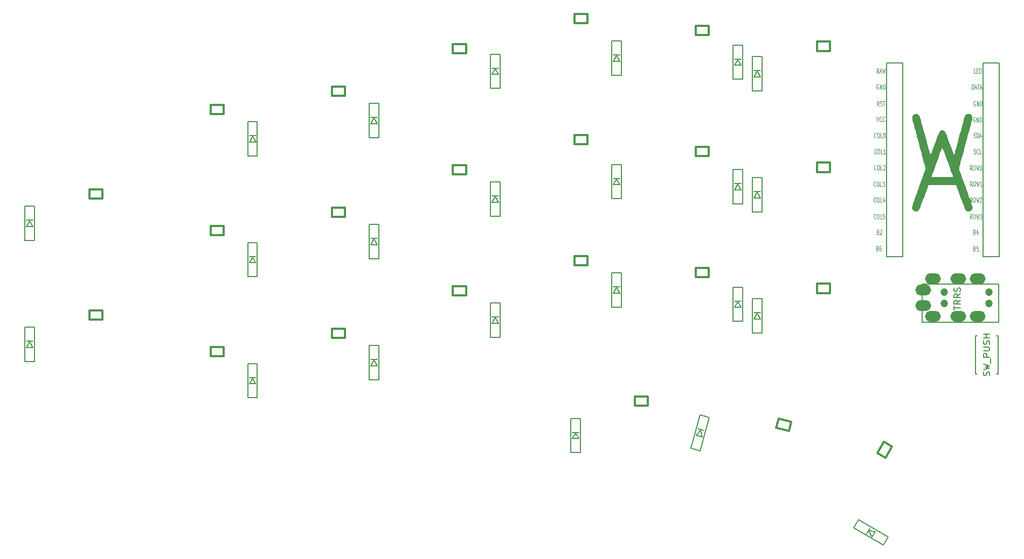
<source format=gto>
%TF.GenerationSoftware,KiCad,Pcbnew,(6.0.0)*%
%TF.CreationDate,2022-01-01T14:12:31+04:00*%
%TF.ProjectId,Angel Wings FINAL,416e6765-6c20-4576-996e-67732046494e,rev?*%
%TF.SameCoordinates,Original*%
%TF.FileFunction,Legend,Top*%
%TF.FilePolarity,Positive*%
%FSLAX46Y46*%
G04 Gerber Fmt 4.6, Leading zero omitted, Abs format (unit mm)*
G04 Created by KiCad (PCBNEW (6.0.0)) date 2022-01-01 14:12:31*
%MOMM*%
%LPD*%
G01*
G04 APERTURE LIST*
%ADD10C,0.150000*%
%ADD11C,0.125000*%
%ADD12C,0.300000*%
%ADD13C,1.200000*%
%ADD14O,2.500000X1.700000*%
G04 APERTURE END LIST*
D10*
%TO.C,*%
%TO.C,RSW1*%
X212785099Y-121957406D02*
X212832718Y-121814549D01*
X212832718Y-121576454D01*
X212785099Y-121481216D01*
X212737480Y-121433597D01*
X212642242Y-121385978D01*
X212547004Y-121385978D01*
X212451766Y-121433597D01*
X212404147Y-121481216D01*
X212356528Y-121576454D01*
X212308909Y-121766930D01*
X212261290Y-121862168D01*
X212213671Y-121909787D01*
X212118433Y-121957406D01*
X212023195Y-121957406D01*
X211927957Y-121909787D01*
X211880338Y-121862168D01*
X211832718Y-121766930D01*
X211832718Y-121528835D01*
X211880338Y-121385978D01*
X211832718Y-121052644D02*
X212832718Y-120814549D01*
X212118433Y-120624073D01*
X212832718Y-120433597D01*
X211832718Y-120195502D01*
X212927957Y-120052644D02*
X212927957Y-119290740D01*
X212832718Y-119052644D02*
X211832718Y-119052644D01*
X211832718Y-118671692D01*
X211880338Y-118576454D01*
X211927957Y-118528835D01*
X212023195Y-118481216D01*
X212166052Y-118481216D01*
X212261290Y-118528835D01*
X212308909Y-118576454D01*
X212356528Y-118671692D01*
X212356528Y-119052644D01*
X211832718Y-118052644D02*
X212642242Y-118052644D01*
X212737480Y-118005025D01*
X212785099Y-117957406D01*
X212832718Y-117862168D01*
X212832718Y-117671692D01*
X212785099Y-117576454D01*
X212737480Y-117528835D01*
X212642242Y-117481216D01*
X211832718Y-117481216D01*
X212785099Y-117052644D02*
X212832718Y-116909787D01*
X212832718Y-116671692D01*
X212785099Y-116576454D01*
X212737480Y-116528835D01*
X212642242Y-116481216D01*
X212547004Y-116481216D01*
X212451766Y-116528835D01*
X212404147Y-116576454D01*
X212356528Y-116671692D01*
X212308909Y-116862168D01*
X212261290Y-116957406D01*
X212213671Y-117005025D01*
X212118433Y-117052644D01*
X212023195Y-117052644D01*
X211927957Y-117005025D01*
X211880338Y-116957406D01*
X211832718Y-116862168D01*
X211832718Y-116624073D01*
X211880338Y-116481216D01*
X212832718Y-116052644D02*
X211832718Y-116052644D01*
X212308909Y-116052644D02*
X212308909Y-115481216D01*
X212832718Y-115481216D02*
X211832718Y-115481216D01*
%TO.C,*%
D11*
%TO.C,U1*%
X210420849Y-99367015D02*
X210492277Y-99402729D01*
X210516087Y-99438444D01*
X210539896Y-99509872D01*
X210539896Y-99617015D01*
X210516087Y-99688444D01*
X210492277Y-99724158D01*
X210444658Y-99759872D01*
X210254182Y-99759872D01*
X210254182Y-99009872D01*
X210420849Y-99009872D01*
X210468468Y-99045587D01*
X210492277Y-99081301D01*
X210516087Y-99152729D01*
X210516087Y-99224158D01*
X210492277Y-99295587D01*
X210468468Y-99331301D01*
X210420849Y-99367015D01*
X210254182Y-99367015D01*
X210968468Y-99259872D02*
X210968468Y-99759872D01*
X210849420Y-98974158D02*
X210730372Y-99509872D01*
X211039896Y-99509872D01*
X194925610Y-94616444D02*
X194901801Y-94652158D01*
X194830372Y-94687872D01*
X194782753Y-94687872D01*
X194711325Y-94652158D01*
X194663706Y-94580729D01*
X194639896Y-94509301D01*
X194616087Y-94366444D01*
X194616087Y-94259301D01*
X194639896Y-94116444D01*
X194663706Y-94045015D01*
X194711325Y-93973587D01*
X194782753Y-93937872D01*
X194830372Y-93937872D01*
X194901801Y-93973587D01*
X194925610Y-94009301D01*
X195235134Y-93937872D02*
X195330372Y-93937872D01*
X195377991Y-93973587D01*
X195425610Y-94045015D01*
X195449420Y-94187872D01*
X195449420Y-94437872D01*
X195425610Y-94580729D01*
X195377991Y-94652158D01*
X195330372Y-94687872D01*
X195235134Y-94687872D01*
X195187515Y-94652158D01*
X195139896Y-94580729D01*
X195116087Y-94437872D01*
X195116087Y-94187872D01*
X195139896Y-94045015D01*
X195187515Y-93973587D01*
X195235134Y-93937872D01*
X195901801Y-94687872D02*
X195663706Y-94687872D01*
X195663706Y-93937872D01*
X196282753Y-94187872D02*
X196282753Y-94687872D01*
X196163706Y-93902158D02*
X196044658Y-94437872D01*
X196354182Y-94437872D01*
X195270849Y-99395015D02*
X195342277Y-99430729D01*
X195366087Y-99466444D01*
X195389896Y-99537872D01*
X195389896Y-99645015D01*
X195366087Y-99716444D01*
X195342277Y-99752158D01*
X195294658Y-99787872D01*
X195104182Y-99787872D01*
X195104182Y-99037872D01*
X195270849Y-99037872D01*
X195318468Y-99073587D01*
X195342277Y-99109301D01*
X195366087Y-99180729D01*
X195366087Y-99252158D01*
X195342277Y-99323587D01*
X195318468Y-99359301D01*
X195270849Y-99395015D01*
X195104182Y-99395015D01*
X195580372Y-99109301D02*
X195604182Y-99073587D01*
X195651801Y-99037872D01*
X195770849Y-99037872D01*
X195818468Y-99073587D01*
X195842277Y-99109301D01*
X195866087Y-99180729D01*
X195866087Y-99252158D01*
X195842277Y-99359301D01*
X195556563Y-99787872D01*
X195866087Y-99787872D01*
X195041063Y-81229872D02*
X195207730Y-81979872D01*
X195374396Y-81229872D01*
X195826777Y-81908444D02*
X195802968Y-81944158D01*
X195731539Y-81979872D01*
X195683920Y-81979872D01*
X195612491Y-81944158D01*
X195564872Y-81872729D01*
X195541063Y-81801301D01*
X195517253Y-81658444D01*
X195517253Y-81551301D01*
X195541063Y-81408444D01*
X195564872Y-81337015D01*
X195612491Y-81265587D01*
X195683920Y-81229872D01*
X195731539Y-81229872D01*
X195802968Y-81265587D01*
X195826777Y-81301301D01*
X196326777Y-81908444D02*
X196302968Y-81944158D01*
X196231539Y-81979872D01*
X196183920Y-81979872D01*
X196112491Y-81944158D01*
X196064872Y-81872729D01*
X196041063Y-81801301D01*
X196017253Y-81658444D01*
X196017253Y-81551301D01*
X196041063Y-81408444D01*
X196064872Y-81337015D01*
X196112491Y-81265587D01*
X196183920Y-81229872D01*
X196231539Y-81229872D01*
X196302968Y-81265587D01*
X196326777Y-81301301D01*
X210288991Y-87024158D02*
X210360420Y-87059872D01*
X210479468Y-87059872D01*
X210527087Y-87024158D01*
X210550896Y-86988444D01*
X210574706Y-86917015D01*
X210574706Y-86845587D01*
X210550896Y-86774158D01*
X210527087Y-86738444D01*
X210479468Y-86702729D01*
X210384230Y-86667015D01*
X210336610Y-86631301D01*
X210312801Y-86595587D01*
X210288991Y-86524158D01*
X210288991Y-86452729D01*
X210312801Y-86381301D01*
X210336610Y-86345587D01*
X210384230Y-86309872D01*
X210503277Y-86309872D01*
X210574706Y-86345587D01*
X211074706Y-86988444D02*
X211050896Y-87024158D01*
X210979468Y-87059872D01*
X210931849Y-87059872D01*
X210860420Y-87024158D01*
X210812801Y-86952729D01*
X210788991Y-86881301D01*
X210765182Y-86738444D01*
X210765182Y-86631301D01*
X210788991Y-86488444D01*
X210812801Y-86417015D01*
X210860420Y-86345587D01*
X210931849Y-86309872D01*
X210979468Y-86309872D01*
X211050896Y-86345587D01*
X211074706Y-86381301D01*
X211527087Y-87059872D02*
X211288991Y-87059872D01*
X211288991Y-86309872D01*
X210601801Y-74359872D02*
X210363706Y-74359872D01*
X210363706Y-73609872D01*
X210768468Y-73967015D02*
X210935134Y-73967015D01*
X211006563Y-74359872D02*
X210768468Y-74359872D01*
X210768468Y-73609872D01*
X211006563Y-73609872D01*
X211220849Y-74359872D02*
X211220849Y-73609872D01*
X211339896Y-73609872D01*
X211411325Y-73645587D01*
X211458944Y-73717015D01*
X211482753Y-73788444D01*
X211506563Y-73931301D01*
X211506563Y-74038444D01*
X211482753Y-74181301D01*
X211458944Y-74252729D01*
X211411325Y-74324158D01*
X211339896Y-74359872D01*
X211220849Y-74359872D01*
X210503277Y-81329087D02*
X210455658Y-81293372D01*
X210384230Y-81293372D01*
X210312801Y-81329087D01*
X210265182Y-81400515D01*
X210241372Y-81471944D01*
X210217563Y-81614801D01*
X210217563Y-81721944D01*
X210241372Y-81864801D01*
X210265182Y-81936229D01*
X210312801Y-82007658D01*
X210384230Y-82043372D01*
X210431849Y-82043372D01*
X210503277Y-82007658D01*
X210527087Y-81971944D01*
X210527087Y-81721944D01*
X210431849Y-81721944D01*
X210741372Y-82043372D02*
X210741372Y-81293372D01*
X211027087Y-82043372D01*
X211027087Y-81293372D01*
X211265182Y-82043372D02*
X211265182Y-81293372D01*
X211384230Y-81293372D01*
X211455658Y-81329087D01*
X211503277Y-81400515D01*
X211527087Y-81471944D01*
X211550896Y-81614801D01*
X211550896Y-81721944D01*
X211527087Y-81864801D01*
X211503277Y-81936229D01*
X211455658Y-82007658D01*
X211384230Y-82043372D01*
X211265182Y-82043372D01*
X209992277Y-97283372D02*
X209825610Y-96926229D01*
X209706563Y-97283372D02*
X209706563Y-96533372D01*
X209897039Y-96533372D01*
X209944658Y-96569087D01*
X209968468Y-96604801D01*
X209992277Y-96676229D01*
X209992277Y-96783372D01*
X209968468Y-96854801D01*
X209944658Y-96890515D01*
X209897039Y-96926229D01*
X209706563Y-96926229D01*
X210301801Y-96533372D02*
X210397039Y-96533372D01*
X210444658Y-96569087D01*
X210492277Y-96640515D01*
X210516087Y-96783372D01*
X210516087Y-97033372D01*
X210492277Y-97176229D01*
X210444658Y-97247658D01*
X210397039Y-97283372D01*
X210301801Y-97283372D01*
X210254182Y-97247658D01*
X210206563Y-97176229D01*
X210182753Y-97033372D01*
X210182753Y-96783372D01*
X210206563Y-96640515D01*
X210254182Y-96569087D01*
X210301801Y-96533372D01*
X210682753Y-96533372D02*
X210801801Y-97283372D01*
X210897039Y-96747658D01*
X210992277Y-97283372D01*
X211111325Y-96533372D01*
X211254182Y-96533372D02*
X211563706Y-96533372D01*
X211397039Y-96819087D01*
X211468468Y-96819087D01*
X211516087Y-96854801D01*
X211539896Y-96890515D01*
X211563706Y-96961944D01*
X211563706Y-97140515D01*
X211539896Y-97211944D01*
X211516087Y-97247658D01*
X211468468Y-97283372D01*
X211325610Y-97283372D01*
X211277991Y-97247658D01*
X211254182Y-97211944D01*
X210566777Y-78789087D02*
X210519158Y-78753372D01*
X210447730Y-78753372D01*
X210376301Y-78789087D01*
X210328682Y-78860515D01*
X210304872Y-78931944D01*
X210281063Y-79074801D01*
X210281063Y-79181944D01*
X210304872Y-79324801D01*
X210328682Y-79396229D01*
X210376301Y-79467658D01*
X210447730Y-79503372D01*
X210495349Y-79503372D01*
X210566777Y-79467658D01*
X210590587Y-79431944D01*
X210590587Y-79181944D01*
X210495349Y-79181944D01*
X210804872Y-79503372D02*
X210804872Y-78753372D01*
X211090587Y-79503372D01*
X211090587Y-78753372D01*
X211328682Y-79503372D02*
X211328682Y-78753372D01*
X211447730Y-78753372D01*
X211519158Y-78789087D01*
X211566777Y-78860515D01*
X211590587Y-78931944D01*
X211614396Y-79074801D01*
X211614396Y-79181944D01*
X211590587Y-79324801D01*
X211566777Y-79396229D01*
X211519158Y-79467658D01*
X211447730Y-79503372D01*
X211328682Y-79503372D01*
X195170849Y-101945015D02*
X195242277Y-101980729D01*
X195266087Y-102016444D01*
X195289896Y-102087872D01*
X195289896Y-102195015D01*
X195266087Y-102266444D01*
X195242277Y-102302158D01*
X195194658Y-102337872D01*
X195004182Y-102337872D01*
X195004182Y-101587872D01*
X195170849Y-101587872D01*
X195218468Y-101623587D01*
X195242277Y-101659301D01*
X195266087Y-101730729D01*
X195266087Y-101802158D01*
X195242277Y-101873587D01*
X195218468Y-101909301D01*
X195170849Y-101945015D01*
X195004182Y-101945015D01*
X195718468Y-101587872D02*
X195623230Y-101587872D01*
X195575610Y-101623587D01*
X195551801Y-101659301D01*
X195504182Y-101766444D01*
X195480372Y-101909301D01*
X195480372Y-102195015D01*
X195504182Y-102266444D01*
X195527991Y-102302158D01*
X195575610Y-102337872D01*
X195670849Y-102337872D01*
X195718468Y-102302158D01*
X195742277Y-102266444D01*
X195766087Y-102195015D01*
X195766087Y-102016444D01*
X195742277Y-101945015D01*
X195718468Y-101909301D01*
X195670849Y-101873587D01*
X195575610Y-101873587D01*
X195527991Y-101909301D01*
X195504182Y-101945015D01*
X195480372Y-102016444D01*
X195326777Y-76185587D02*
X195279158Y-76149872D01*
X195207730Y-76149872D01*
X195136301Y-76185587D01*
X195088682Y-76257015D01*
X195064872Y-76328444D01*
X195041063Y-76471301D01*
X195041063Y-76578444D01*
X195064872Y-76721301D01*
X195088682Y-76792729D01*
X195136301Y-76864158D01*
X195207730Y-76899872D01*
X195255349Y-76899872D01*
X195326777Y-76864158D01*
X195350587Y-76828444D01*
X195350587Y-76578444D01*
X195255349Y-76578444D01*
X195564872Y-76899872D02*
X195564872Y-76149872D01*
X195850587Y-76899872D01*
X195850587Y-76149872D01*
X196088682Y-76899872D02*
X196088682Y-76149872D01*
X196207730Y-76149872D01*
X196279158Y-76185587D01*
X196326777Y-76257015D01*
X196350587Y-76328444D01*
X196374396Y-76471301D01*
X196374396Y-76578444D01*
X196350587Y-76721301D01*
X196326777Y-76792729D01*
X196279158Y-76864158D01*
X196207730Y-76899872D01*
X196088682Y-76899872D01*
X194925610Y-97211944D02*
X194901801Y-97247658D01*
X194830372Y-97283372D01*
X194782753Y-97283372D01*
X194711325Y-97247658D01*
X194663706Y-97176229D01*
X194639896Y-97104801D01*
X194616087Y-96961944D01*
X194616087Y-96854801D01*
X194639896Y-96711944D01*
X194663706Y-96640515D01*
X194711325Y-96569087D01*
X194782753Y-96533372D01*
X194830372Y-96533372D01*
X194901801Y-96569087D01*
X194925610Y-96604801D01*
X195235134Y-96533372D02*
X195330372Y-96533372D01*
X195377991Y-96569087D01*
X195425610Y-96640515D01*
X195449420Y-96783372D01*
X195449420Y-97033372D01*
X195425610Y-97176229D01*
X195377991Y-97247658D01*
X195330372Y-97283372D01*
X195235134Y-97283372D01*
X195187515Y-97247658D01*
X195139896Y-97176229D01*
X195116087Y-97033372D01*
X195116087Y-96783372D01*
X195139896Y-96640515D01*
X195187515Y-96569087D01*
X195235134Y-96533372D01*
X195901801Y-97283372D02*
X195663706Y-97283372D01*
X195663706Y-96533372D01*
X196306563Y-96533372D02*
X196068468Y-96533372D01*
X196044658Y-96890515D01*
X196068468Y-96854801D01*
X196116087Y-96819087D01*
X196235134Y-96819087D01*
X196282753Y-96854801D01*
X196306563Y-96890515D01*
X196330372Y-96961944D01*
X196330372Y-97140515D01*
X196306563Y-97211944D01*
X196282753Y-97247658D01*
X196235134Y-97283372D01*
X196116087Y-97283372D01*
X196068468Y-97247658D01*
X196044658Y-97211944D01*
X210277087Y-84484158D02*
X210348515Y-84519872D01*
X210467563Y-84519872D01*
X210515182Y-84484158D01*
X210538991Y-84448444D01*
X210562801Y-84377015D01*
X210562801Y-84305587D01*
X210538991Y-84234158D01*
X210515182Y-84198444D01*
X210467563Y-84162729D01*
X210372325Y-84127015D01*
X210324706Y-84091301D01*
X210300896Y-84055587D01*
X210277087Y-83984158D01*
X210277087Y-83912729D01*
X210300896Y-83841301D01*
X210324706Y-83805587D01*
X210372325Y-83769872D01*
X210491372Y-83769872D01*
X210562801Y-83805587D01*
X210777087Y-84519872D02*
X210777087Y-83769872D01*
X210896134Y-83769872D01*
X210967563Y-83805587D01*
X211015182Y-83877015D01*
X211038991Y-83948444D01*
X211062801Y-84091301D01*
X211062801Y-84198444D01*
X211038991Y-84341301D01*
X211015182Y-84412729D01*
X210967563Y-84484158D01*
X210896134Y-84519872D01*
X210777087Y-84519872D01*
X211253277Y-84305587D02*
X211491372Y-84305587D01*
X211205658Y-84519872D02*
X211372325Y-83769872D01*
X211538991Y-84519872D01*
X194875610Y-92116444D02*
X194851801Y-92152158D01*
X194780372Y-92187872D01*
X194732753Y-92187872D01*
X194661325Y-92152158D01*
X194613706Y-92080729D01*
X194589896Y-92009301D01*
X194566087Y-91866444D01*
X194566087Y-91759301D01*
X194589896Y-91616444D01*
X194613706Y-91545015D01*
X194661325Y-91473587D01*
X194732753Y-91437872D01*
X194780372Y-91437872D01*
X194851801Y-91473587D01*
X194875610Y-91509301D01*
X195185134Y-91437872D02*
X195280372Y-91437872D01*
X195327991Y-91473587D01*
X195375610Y-91545015D01*
X195399420Y-91687872D01*
X195399420Y-91937872D01*
X195375610Y-92080729D01*
X195327991Y-92152158D01*
X195280372Y-92187872D01*
X195185134Y-92187872D01*
X195137515Y-92152158D01*
X195089896Y-92080729D01*
X195066087Y-91937872D01*
X195066087Y-91687872D01*
X195089896Y-91545015D01*
X195137515Y-91473587D01*
X195185134Y-91437872D01*
X195851801Y-92187872D02*
X195613706Y-92187872D01*
X195613706Y-91437872D01*
X195970849Y-91437872D02*
X196280372Y-91437872D01*
X196113706Y-91723587D01*
X196185134Y-91723587D01*
X196232753Y-91759301D01*
X196256563Y-91795015D01*
X196280372Y-91866444D01*
X196280372Y-92045015D01*
X196256563Y-92116444D01*
X196232753Y-92152158D01*
X196185134Y-92187872D01*
X196042277Y-92187872D01*
X195994658Y-92152158D01*
X195970849Y-92116444D01*
X194975610Y-84466444D02*
X194951801Y-84502158D01*
X194880372Y-84537872D01*
X194832753Y-84537872D01*
X194761325Y-84502158D01*
X194713706Y-84430729D01*
X194689896Y-84359301D01*
X194666087Y-84216444D01*
X194666087Y-84109301D01*
X194689896Y-83966444D01*
X194713706Y-83895015D01*
X194761325Y-83823587D01*
X194832753Y-83787872D01*
X194880372Y-83787872D01*
X194951801Y-83823587D01*
X194975610Y-83859301D01*
X195285134Y-83787872D02*
X195380372Y-83787872D01*
X195427991Y-83823587D01*
X195475610Y-83895015D01*
X195499420Y-84037872D01*
X195499420Y-84287872D01*
X195475610Y-84430729D01*
X195427991Y-84502158D01*
X195380372Y-84537872D01*
X195285134Y-84537872D01*
X195237515Y-84502158D01*
X195189896Y-84430729D01*
X195166087Y-84287872D01*
X195166087Y-84037872D01*
X195189896Y-83895015D01*
X195237515Y-83823587D01*
X195285134Y-83787872D01*
X195951801Y-84537872D02*
X195713706Y-84537872D01*
X195713706Y-83787872D01*
X196213706Y-83787872D02*
X196261325Y-83787872D01*
X196308944Y-83823587D01*
X196332753Y-83859301D01*
X196356563Y-83930729D01*
X196380372Y-84073587D01*
X196380372Y-84252158D01*
X196356563Y-84395015D01*
X196332753Y-84466444D01*
X196308944Y-84502158D01*
X196261325Y-84537872D01*
X196213706Y-84537872D01*
X196166087Y-84502158D01*
X196142277Y-84466444D01*
X196118468Y-84395015D01*
X196094658Y-84252158D01*
X196094658Y-84073587D01*
X196118468Y-83930729D01*
X196142277Y-83859301D01*
X196166087Y-83823587D01*
X196213706Y-83787872D01*
X209992277Y-89637872D02*
X209825610Y-89280729D01*
X209706563Y-89637872D02*
X209706563Y-88887872D01*
X209897039Y-88887872D01*
X209944658Y-88923587D01*
X209968468Y-88959301D01*
X209992277Y-89030729D01*
X209992277Y-89137872D01*
X209968468Y-89209301D01*
X209944658Y-89245015D01*
X209897039Y-89280729D01*
X209706563Y-89280729D01*
X210301801Y-88887872D02*
X210397039Y-88887872D01*
X210444658Y-88923587D01*
X210492277Y-88995015D01*
X210516087Y-89137872D01*
X210516087Y-89387872D01*
X210492277Y-89530729D01*
X210444658Y-89602158D01*
X210397039Y-89637872D01*
X210301801Y-89637872D01*
X210254182Y-89602158D01*
X210206563Y-89530729D01*
X210182753Y-89387872D01*
X210182753Y-89137872D01*
X210206563Y-88995015D01*
X210254182Y-88923587D01*
X210301801Y-88887872D01*
X210682753Y-88887872D02*
X210801801Y-89637872D01*
X210897039Y-89102158D01*
X210992277Y-89637872D01*
X211111325Y-88887872D01*
X211397039Y-88887872D02*
X211444658Y-88887872D01*
X211492277Y-88923587D01*
X211516087Y-88959301D01*
X211539896Y-89030729D01*
X211563706Y-89173587D01*
X211563706Y-89352158D01*
X211539896Y-89495015D01*
X211516087Y-89566444D01*
X211492277Y-89602158D01*
X211444658Y-89637872D01*
X211397039Y-89637872D01*
X211349420Y-89602158D01*
X211325610Y-89566444D01*
X211301801Y-89495015D01*
X211277991Y-89352158D01*
X211277991Y-89173587D01*
X211301801Y-89030729D01*
X211325610Y-88959301D01*
X211349420Y-88923587D01*
X211397039Y-88887872D01*
X195025610Y-86988444D02*
X195001801Y-87024158D01*
X194930372Y-87059872D01*
X194882753Y-87059872D01*
X194811325Y-87024158D01*
X194763706Y-86952729D01*
X194739896Y-86881301D01*
X194716087Y-86738444D01*
X194716087Y-86631301D01*
X194739896Y-86488444D01*
X194763706Y-86417015D01*
X194811325Y-86345587D01*
X194882753Y-86309872D01*
X194930372Y-86309872D01*
X195001801Y-86345587D01*
X195025610Y-86381301D01*
X195335134Y-86309872D02*
X195430372Y-86309872D01*
X195477991Y-86345587D01*
X195525610Y-86417015D01*
X195549420Y-86559872D01*
X195549420Y-86809872D01*
X195525610Y-86952729D01*
X195477991Y-87024158D01*
X195430372Y-87059872D01*
X195335134Y-87059872D01*
X195287515Y-87024158D01*
X195239896Y-86952729D01*
X195216087Y-86809872D01*
X195216087Y-86559872D01*
X195239896Y-86417015D01*
X195287515Y-86345587D01*
X195335134Y-86309872D01*
X196001801Y-87059872D02*
X195763706Y-87059872D01*
X195763706Y-86309872D01*
X196430372Y-87059872D02*
X196144658Y-87059872D01*
X196287515Y-87059872D02*
X196287515Y-86309872D01*
X196239896Y-86417015D01*
X196192277Y-86488444D01*
X196144658Y-86524158D01*
X195362491Y-74359872D02*
X195195825Y-74002729D01*
X195076777Y-74359872D02*
X195076777Y-73609872D01*
X195267253Y-73609872D01*
X195314872Y-73645587D01*
X195338682Y-73681301D01*
X195362491Y-73752729D01*
X195362491Y-73859872D01*
X195338682Y-73931301D01*
X195314872Y-73967015D01*
X195267253Y-74002729D01*
X195076777Y-74002729D01*
X195552968Y-74145587D02*
X195791063Y-74145587D01*
X195505349Y-74359872D02*
X195672015Y-73609872D01*
X195838682Y-74359872D01*
X195957730Y-73609872D02*
X196076777Y-74359872D01*
X196172015Y-73824158D01*
X196267253Y-74359872D01*
X196386301Y-73609872D01*
X194975610Y-89528444D02*
X194951801Y-89564158D01*
X194880372Y-89599872D01*
X194832753Y-89599872D01*
X194761325Y-89564158D01*
X194713706Y-89492729D01*
X194689896Y-89421301D01*
X194666087Y-89278444D01*
X194666087Y-89171301D01*
X194689896Y-89028444D01*
X194713706Y-88957015D01*
X194761325Y-88885587D01*
X194832753Y-88849872D01*
X194880372Y-88849872D01*
X194951801Y-88885587D01*
X194975610Y-88921301D01*
X195285134Y-88849872D02*
X195380372Y-88849872D01*
X195427991Y-88885587D01*
X195475610Y-88957015D01*
X195499420Y-89099872D01*
X195499420Y-89349872D01*
X195475610Y-89492729D01*
X195427991Y-89564158D01*
X195380372Y-89599872D01*
X195285134Y-89599872D01*
X195237515Y-89564158D01*
X195189896Y-89492729D01*
X195166087Y-89349872D01*
X195166087Y-89099872D01*
X195189896Y-88957015D01*
X195237515Y-88885587D01*
X195285134Y-88849872D01*
X195951801Y-89599872D02*
X195713706Y-89599872D01*
X195713706Y-88849872D01*
X196094658Y-88921301D02*
X196118468Y-88885587D01*
X196166087Y-88849872D01*
X196285134Y-88849872D01*
X196332753Y-88885587D01*
X196356563Y-88921301D01*
X196380372Y-88992729D01*
X196380372Y-89064158D01*
X196356563Y-89171301D01*
X196070849Y-89599872D01*
X196380372Y-89599872D01*
X209992277Y-94687872D02*
X209825610Y-94330729D01*
X209706563Y-94687872D02*
X209706563Y-93937872D01*
X209897039Y-93937872D01*
X209944658Y-93973587D01*
X209968468Y-94009301D01*
X209992277Y-94080729D01*
X209992277Y-94187872D01*
X209968468Y-94259301D01*
X209944658Y-94295015D01*
X209897039Y-94330729D01*
X209706563Y-94330729D01*
X210301801Y-93937872D02*
X210397039Y-93937872D01*
X210444658Y-93973587D01*
X210492277Y-94045015D01*
X210516087Y-94187872D01*
X210516087Y-94437872D01*
X210492277Y-94580729D01*
X210444658Y-94652158D01*
X210397039Y-94687872D01*
X210301801Y-94687872D01*
X210254182Y-94652158D01*
X210206563Y-94580729D01*
X210182753Y-94437872D01*
X210182753Y-94187872D01*
X210206563Y-94045015D01*
X210254182Y-93973587D01*
X210301801Y-93937872D01*
X210682753Y-93937872D02*
X210801801Y-94687872D01*
X210897039Y-94152158D01*
X210992277Y-94687872D01*
X211111325Y-93937872D01*
X211277991Y-94009301D02*
X211301801Y-93973587D01*
X211349420Y-93937872D01*
X211468468Y-93937872D01*
X211516087Y-93973587D01*
X211539896Y-94009301D01*
X211563706Y-94080729D01*
X211563706Y-94152158D01*
X211539896Y-94259301D01*
X211254182Y-94687872D01*
X211563706Y-94687872D01*
X210420849Y-101970515D02*
X210492277Y-102006229D01*
X210516087Y-102041944D01*
X210539896Y-102113372D01*
X210539896Y-102220515D01*
X210516087Y-102291944D01*
X210492277Y-102327658D01*
X210444658Y-102363372D01*
X210254182Y-102363372D01*
X210254182Y-101613372D01*
X210420849Y-101613372D01*
X210468468Y-101649087D01*
X210492277Y-101684801D01*
X210516087Y-101756229D01*
X210516087Y-101827658D01*
X210492277Y-101899087D01*
X210468468Y-101934801D01*
X210420849Y-101970515D01*
X210254182Y-101970515D01*
X210992277Y-101613372D02*
X210754182Y-101613372D01*
X210730372Y-101970515D01*
X210754182Y-101934801D01*
X210801801Y-101899087D01*
X210920849Y-101899087D01*
X210968468Y-101934801D01*
X210992277Y-101970515D01*
X211016087Y-102041944D01*
X211016087Y-102220515D01*
X210992277Y-102291944D01*
X210968468Y-102327658D01*
X210920849Y-102363372D01*
X210801801Y-102363372D01*
X210754182Y-102327658D01*
X210730372Y-102291944D01*
D10*
D11*
X210023230Y-76887872D02*
X210023230Y-76137872D01*
X210142277Y-76137872D01*
X210213706Y-76173587D01*
X210261325Y-76245015D01*
X210285134Y-76316444D01*
X210308944Y-76459301D01*
X210308944Y-76566444D01*
X210285134Y-76709301D01*
X210261325Y-76780729D01*
X210213706Y-76852158D01*
X210142277Y-76887872D01*
X210023230Y-76887872D01*
X210499420Y-76673587D02*
X210737515Y-76673587D01*
X210451801Y-76887872D02*
X210618468Y-76137872D01*
X210785134Y-76887872D01*
X210880372Y-76137872D02*
X211166087Y-76137872D01*
X211023230Y-76887872D02*
X211023230Y-76137872D01*
X211308944Y-76673587D02*
X211547039Y-76673587D01*
X211261325Y-76887872D02*
X211427991Y-76137872D01*
X211594658Y-76887872D01*
X195433920Y-79503372D02*
X195267253Y-79146229D01*
X195148206Y-79503372D02*
X195148206Y-78753372D01*
X195338682Y-78753372D01*
X195386301Y-78789087D01*
X195410110Y-78824801D01*
X195433920Y-78896229D01*
X195433920Y-79003372D01*
X195410110Y-79074801D01*
X195386301Y-79110515D01*
X195338682Y-79146229D01*
X195148206Y-79146229D01*
X195624396Y-79467658D02*
X195695825Y-79503372D01*
X195814872Y-79503372D01*
X195862491Y-79467658D01*
X195886301Y-79431944D01*
X195910110Y-79360515D01*
X195910110Y-79289087D01*
X195886301Y-79217658D01*
X195862491Y-79181944D01*
X195814872Y-79146229D01*
X195719634Y-79110515D01*
X195672015Y-79074801D01*
X195648206Y-79039087D01*
X195624396Y-78967658D01*
X195624396Y-78896229D01*
X195648206Y-78824801D01*
X195672015Y-78789087D01*
X195719634Y-78753372D01*
X195838682Y-78753372D01*
X195910110Y-78789087D01*
X196052968Y-78753372D02*
X196338682Y-78753372D01*
X196195825Y-79503372D02*
X196195825Y-78753372D01*
X210042277Y-92139872D02*
X209875610Y-91782729D01*
X209756563Y-92139872D02*
X209756563Y-91389872D01*
X209947039Y-91389872D01*
X209994658Y-91425587D01*
X210018468Y-91461301D01*
X210042277Y-91532729D01*
X210042277Y-91639872D01*
X210018468Y-91711301D01*
X209994658Y-91747015D01*
X209947039Y-91782729D01*
X209756563Y-91782729D01*
X210351801Y-91389872D02*
X210447039Y-91389872D01*
X210494658Y-91425587D01*
X210542277Y-91497015D01*
X210566087Y-91639872D01*
X210566087Y-91889872D01*
X210542277Y-92032729D01*
X210494658Y-92104158D01*
X210447039Y-92139872D01*
X210351801Y-92139872D01*
X210304182Y-92104158D01*
X210256563Y-92032729D01*
X210232753Y-91889872D01*
X210232753Y-91639872D01*
X210256563Y-91497015D01*
X210304182Y-91425587D01*
X210351801Y-91389872D01*
X210732753Y-91389872D02*
X210851801Y-92139872D01*
X210947039Y-91604158D01*
X211042277Y-92139872D01*
X211161325Y-91389872D01*
X211613706Y-92139872D02*
X211327991Y-92139872D01*
X211470849Y-92139872D02*
X211470849Y-91389872D01*
X211423230Y-91497015D01*
X211375610Y-91568444D01*
X211327991Y-91604158D01*
D10*
%TO.C,J1*%
X207213107Y-111592490D02*
X207213107Y-111021062D01*
X208213107Y-111306776D02*
X207213107Y-111306776D01*
X208213107Y-110116300D02*
X207736917Y-110449633D01*
X208213107Y-110687728D02*
X207213107Y-110687728D01*
X207213107Y-110306776D01*
X207260727Y-110211538D01*
X207308346Y-110163919D01*
X207403584Y-110116300D01*
X207546441Y-110116300D01*
X207641679Y-110163919D01*
X207689298Y-110211538D01*
X207736917Y-110306776D01*
X207736917Y-110687728D01*
X208213107Y-109116300D02*
X207736917Y-109449633D01*
X208213107Y-109687728D02*
X207213107Y-109687728D01*
X207213107Y-109306776D01*
X207260727Y-109211538D01*
X207308346Y-109163919D01*
X207403584Y-109116300D01*
X207546441Y-109116300D01*
X207641679Y-109163919D01*
X207689298Y-109211538D01*
X207736917Y-109306776D01*
X207736917Y-109687728D01*
X208165488Y-108735347D02*
X208213107Y-108592490D01*
X208213107Y-108354395D01*
X208165488Y-108259157D01*
X208117869Y-108211538D01*
X208022631Y-108163919D01*
X207927393Y-108163919D01*
X207832155Y-108211538D01*
X207784536Y-108259157D01*
X207736917Y-108354395D01*
X207689298Y-108544871D01*
X207641679Y-108640109D01*
X207594060Y-108687728D01*
X207498822Y-108735347D01*
X207403584Y-108735347D01*
X207308346Y-108687728D01*
X207260727Y-108640109D01*
X207213107Y-108544871D01*
X207213107Y-108306776D01*
X207260727Y-108163919D01*
D12*
%TO.C,L12*%
X147559999Y-66500001D02*
X147559999Y-65050001D01*
X149609999Y-66500001D02*
X147559999Y-66500001D01*
X149609999Y-65050001D02*
X149609999Y-66500001D01*
X147559999Y-65050001D02*
X149609999Y-65050001D01*
D10*
%TO.C,D10*%
X134380336Y-91505497D02*
X134380336Y-96905497D01*
X135130336Y-93805497D02*
X135630336Y-94705497D01*
X135630336Y-94705497D02*
X134630336Y-94705497D01*
X135880336Y-91505497D02*
X134380336Y-91505497D01*
X134630336Y-94705497D02*
X135130336Y-93805497D01*
X134380336Y-96905497D02*
X135880336Y-96905497D01*
X135630336Y-93705497D02*
X134630336Y-93705497D01*
X135880336Y-96905497D02*
X135880336Y-91505497D01*
D12*
%TO.C,L22*%
X185660001Y-108970000D02*
X185660001Y-107520000D01*
X185660001Y-107520000D02*
X187710001Y-107520000D01*
X187710001Y-107520000D02*
X187710001Y-108970000D01*
X187710001Y-108970000D02*
X185660001Y-108970000D01*
%TO.C,L18*%
X168659997Y-105049997D02*
X168659997Y-106499997D01*
X168659997Y-106499997D02*
X166609997Y-106499997D01*
X166609997Y-105049997D02*
X168659997Y-105049997D01*
X166609997Y-106499997D02*
X166609997Y-105049997D01*
D10*
%TO.C,D2*%
X61260330Y-119767499D02*
X62760330Y-119767499D01*
X61510330Y-117567499D02*
X62010330Y-116667499D01*
X62510330Y-116567499D02*
X61510330Y-116567499D01*
X61260330Y-114367499D02*
X61260330Y-119767499D01*
X62760330Y-119767499D02*
X62760330Y-114367499D01*
X62760330Y-114367499D02*
X61260330Y-114367499D01*
X62510330Y-117567499D02*
X61510330Y-117567499D01*
X62010330Y-116667499D02*
X62510330Y-117567499D01*
D12*
%TO.C,L9*%
X130555002Y-71259996D02*
X128505002Y-71259996D01*
X128505002Y-69809996D02*
X130555002Y-69809996D01*
X130555002Y-69809996D02*
X130555002Y-71259996D01*
X128505002Y-71259996D02*
X128505002Y-69809996D01*
D10*
%TO.C,D15*%
X147750342Y-130995503D02*
X148250342Y-131895503D01*
X148500342Y-134095503D02*
X148500342Y-128695503D01*
X148250342Y-131895503D02*
X147250342Y-131895503D01*
X147000342Y-128695503D02*
X147000342Y-134095503D01*
X147250342Y-131895503D02*
X147750342Y-130995503D01*
X147000342Y-134095503D02*
X148500342Y-134095503D01*
X148250342Y-130895503D02*
X147250342Y-130895503D01*
X148500342Y-128695503D02*
X147000342Y-128695503D01*
D12*
%TO.C,L6*%
X109460006Y-77929927D02*
X109460006Y-76479927D01*
X111510006Y-77929927D02*
X109460006Y-77929927D01*
X111510006Y-76479927D02*
X111510006Y-77929927D01*
X109460006Y-76479927D02*
X111510006Y-76479927D01*
D10*
%TO.C,D11*%
X135880336Y-115955496D02*
X135880336Y-110555496D01*
X135630336Y-112755496D02*
X134630336Y-112755496D01*
X135630336Y-113755496D02*
X134630336Y-113755496D01*
X134380336Y-110555496D02*
X134380336Y-115955496D01*
X135130336Y-112855496D02*
X135630336Y-113755496D01*
X135880336Y-110555496D02*
X134380336Y-110555496D01*
X134630336Y-113755496D02*
X135130336Y-112855496D01*
X134380336Y-115955496D02*
X135880336Y-115955496D01*
D12*
%TO.C,L19*%
X181641382Y-129271453D02*
X181266094Y-130672046D01*
X179661234Y-128740874D02*
X181641382Y-129271453D01*
X181266094Y-130672046D02*
X179285946Y-130141467D01*
X179285946Y-130141467D02*
X179661234Y-128740874D01*
D10*
%TO.C,D17*%
X172740331Y-92710335D02*
X173240331Y-91810335D01*
X173990331Y-89510335D02*
X172490331Y-89510335D01*
X173990331Y-94910335D02*
X173990331Y-89510335D01*
X172490331Y-94910335D02*
X173990331Y-94910335D01*
X172490331Y-89510335D02*
X172490331Y-94910335D01*
X173740331Y-92710335D02*
X172740331Y-92710335D01*
X173740331Y-91710335D02*
X172740331Y-91710335D01*
X173240331Y-91810335D02*
X173740331Y-92710335D01*
%TO.C,D5*%
X96260340Y-120069997D02*
X96260340Y-125469997D01*
X96260340Y-125469997D02*
X97760340Y-125469997D01*
X97760340Y-125469997D02*
X97760340Y-120069997D01*
X97010340Y-122369997D02*
X97510340Y-123269997D01*
X96510340Y-123269997D02*
X97010340Y-122369997D01*
X97510340Y-122269997D02*
X96510340Y-122269997D01*
X97760340Y-120069997D02*
X96260340Y-120069997D01*
X97510340Y-123269997D02*
X96510340Y-123269997D01*
D12*
%TO.C,L20*%
X187710003Y-70869998D02*
X185660003Y-70869998D01*
X185660003Y-70869998D02*
X185660003Y-69419998D01*
X187710003Y-69419998D02*
X187710003Y-70869998D01*
X185660003Y-69419998D02*
X187710003Y-69419998D01*
D10*
%TO.C,D1*%
X61500332Y-98520000D02*
X62000332Y-97620000D01*
X62750332Y-100720000D02*
X62750332Y-95320000D01*
X61250332Y-100720000D02*
X62750332Y-100720000D01*
X62750332Y-95320000D02*
X61250332Y-95320000D01*
X62000332Y-97620000D02*
X62500332Y-98520000D01*
X62500332Y-98520000D02*
X61500332Y-98520000D01*
X62500332Y-97520000D02*
X61500332Y-97520000D01*
X61250332Y-95320000D02*
X61250332Y-100720000D01*
%TO.C,D12*%
X154940339Y-69295499D02*
X153440339Y-69295499D01*
X153690339Y-72495499D02*
X154190339Y-71595499D01*
X154690339Y-72495499D02*
X153690339Y-72495499D01*
X153440339Y-69295499D02*
X153440339Y-74695499D01*
X154190339Y-71595499D02*
X154690339Y-72495499D01*
X154690339Y-71495499D02*
X153690339Y-71495499D01*
X154940339Y-74695499D02*
X154940339Y-69295499D01*
X153440339Y-74695499D02*
X154940339Y-74695499D01*
D12*
%TO.C,L5*%
X90410001Y-118889994D02*
X90410001Y-117439994D01*
X92460001Y-118889994D02*
X90410001Y-118889994D01*
X90410001Y-117439994D02*
X92460001Y-117439994D01*
X92460001Y-117439994D02*
X92460001Y-118889994D01*
D10*
%TO.C,D7*%
X115340339Y-103579994D02*
X116840339Y-103579994D01*
X116840339Y-103579994D02*
X116840339Y-98179994D01*
X116840339Y-98179994D02*
X115340339Y-98179994D01*
X116590339Y-101379994D02*
X115590339Y-101379994D01*
X116090339Y-100479994D02*
X116590339Y-101379994D01*
X115590339Y-101379994D02*
X116090339Y-100479994D01*
X115340339Y-98179994D02*
X115340339Y-103579994D01*
X116590339Y-100379994D02*
X115590339Y-100379994D01*
%TO.C,D8*%
X115590333Y-120429994D02*
X116090333Y-119529994D01*
X116590333Y-120429994D02*
X115590333Y-120429994D01*
X116590333Y-119429994D02*
X115590333Y-119429994D01*
X115340333Y-117229994D02*
X115340333Y-122629994D01*
X116840333Y-117229994D02*
X115340333Y-117229994D01*
X116840333Y-122629994D02*
X116840333Y-117229994D01*
X116090333Y-119529994D02*
X116590333Y-120429994D01*
X115340333Y-122629994D02*
X116840333Y-122629994D01*
D12*
%TO.C,L7*%
X109459997Y-95529997D02*
X111509997Y-95529997D01*
X111509997Y-96979997D02*
X109459997Y-96979997D01*
X111509997Y-95529997D02*
X111509997Y-96979997D01*
X109459997Y-96979997D02*
X109459997Y-95529997D01*
D10*
%TO.C,D20*%
X175790333Y-74930501D02*
X176290333Y-74030501D01*
X175540333Y-77130501D02*
X177040333Y-77130501D01*
X177040333Y-71730501D02*
X175540333Y-71730501D01*
X176790333Y-74930501D02*
X175790333Y-74930501D01*
X176790333Y-73930501D02*
X175790333Y-73930501D01*
X175540333Y-71730501D02*
X175540333Y-77130501D01*
X176290333Y-74030501D02*
X176790333Y-74930501D01*
X177040333Y-77130501D02*
X177040333Y-71730501D01*
D12*
%TO.C,L2*%
X73409998Y-111719995D02*
X73409998Y-113169995D01*
X71359998Y-113169995D02*
X71359998Y-111719995D01*
X71359998Y-111719995D02*
X73409998Y-111719995D01*
X73409998Y-113169995D02*
X71359998Y-113169995D01*
%TO.C,L4*%
X90410004Y-98389997D02*
X92460004Y-98389997D01*
X92460004Y-98389997D02*
X92460004Y-99839997D01*
X90410004Y-99839997D02*
X90410004Y-98389997D01*
X92460004Y-99839997D02*
X90410004Y-99839997D01*
D10*
%TO.C,D23*%
X194849259Y-146476706D02*
X194349259Y-147342732D01*
X193819836Y-146459719D02*
X194849259Y-146476706D01*
X192202977Y-144660200D02*
X191452977Y-145959238D01*
X191452977Y-145959238D02*
X196129515Y-148659238D01*
X194349259Y-147342732D02*
X193819836Y-146459719D01*
X196129515Y-148659238D02*
X196879515Y-147360200D01*
X193983233Y-145976706D02*
X193483233Y-146842732D01*
X196879515Y-147360200D02*
X192202977Y-144660200D01*
D12*
%TO.C,L8*%
X109459999Y-114579996D02*
X111509999Y-114579996D01*
X111509999Y-116029996D02*
X109459999Y-116029996D01*
X109459999Y-116029996D02*
X109459999Y-114579996D01*
X111509999Y-114579996D02*
X111509999Y-116029996D01*
%TO.C,L15*%
X159130003Y-126689997D02*
X157080003Y-126689997D01*
X159130003Y-125239997D02*
X159130003Y-126689997D01*
X157080003Y-125239997D02*
X159130003Y-125239997D01*
X157080003Y-126689997D02*
X157080003Y-125239997D01*
D10*
%TO.C,RSW1*%
X210630338Y-121695502D02*
X210880338Y-121695502D01*
X210630338Y-115695502D02*
X210880338Y-115695502D01*
X214130338Y-121695502D02*
X213880338Y-121695502D01*
X210630338Y-121695502D02*
X210630338Y-115695502D01*
X214130338Y-121695502D02*
X214130338Y-115695502D01*
X214130338Y-115695502D02*
X213880338Y-115695502D01*
%TO.C,D3*%
X96520335Y-85175502D02*
X97020335Y-84275502D01*
X96270335Y-81975502D02*
X96270335Y-87375502D01*
X97520335Y-84175502D02*
X96520335Y-84175502D01*
X96270335Y-87375502D02*
X97770335Y-87375502D01*
X97770335Y-81975502D02*
X96270335Y-81975502D01*
X97020335Y-84275502D02*
X97520335Y-85175502D01*
X97770335Y-87375502D02*
X97770335Y-81975502D01*
X97520335Y-85175502D02*
X96520335Y-85175502D01*
D12*
%TO.C,L11*%
X130554996Y-107909997D02*
X130554996Y-109359997D01*
X128504996Y-107909997D02*
X130554996Y-107909997D01*
X130554996Y-109359997D02*
X128504996Y-109359997D01*
X128504996Y-109359997D02*
X128504996Y-107909997D01*
%TO.C,L1*%
X71360003Y-94119999D02*
X71360003Y-92669999D01*
X73410003Y-92669999D02*
X73410003Y-94119999D01*
X73410003Y-94119999D02*
X71360003Y-94119999D01*
X71360003Y-92669999D02*
X73410003Y-92669999D01*
%TO.C,L23*%
X196462655Y-134876798D02*
X195206918Y-134151798D01*
X196231918Y-132376446D02*
X197487655Y-133101446D01*
X197487655Y-133101446D02*
X196462655Y-134876798D01*
X195206918Y-134151798D02*
X196231918Y-132376446D01*
D10*
%TO.C,D9*%
X134420339Y-76775502D02*
X135920339Y-76775502D01*
X135170339Y-73675502D02*
X135670339Y-74575502D01*
X135920339Y-76775502D02*
X135920339Y-71375502D01*
X135670339Y-73575502D02*
X134670339Y-73575502D01*
X135920339Y-71375502D02*
X134420339Y-71375502D01*
X134420339Y-71375502D02*
X134420339Y-76775502D01*
X134670339Y-74575502D02*
X135170339Y-73675502D01*
X135670339Y-74575502D02*
X134670339Y-74575502D01*
%TO.C,D13*%
X154690334Y-91930499D02*
X153690334Y-91930499D01*
X154940334Y-88730499D02*
X153440334Y-88730499D01*
X154190334Y-91030499D02*
X154690334Y-91930499D01*
X153440334Y-94130499D02*
X154940334Y-94130499D01*
X154690334Y-90930499D02*
X153690334Y-90930499D01*
X153440334Y-88730499D02*
X153440334Y-94130499D01*
X153690334Y-91930499D02*
X154190334Y-91030499D01*
X154940334Y-94130499D02*
X154940334Y-88730499D01*
D12*
%TO.C,L10*%
X128505000Y-88859996D02*
X130555000Y-88859996D01*
X130555000Y-88859996D02*
X130555000Y-90309996D01*
X128505000Y-90309996D02*
X128505000Y-88859996D01*
X130555000Y-90309996D02*
X128505000Y-90309996D01*
D10*
%TO.C,D6*%
X115340334Y-79119996D02*
X115340334Y-84519996D01*
X116090334Y-81419996D02*
X116590334Y-82319996D01*
X116590334Y-81319996D02*
X115590334Y-81319996D01*
X116840334Y-84519996D02*
X116840334Y-79119996D01*
X115590334Y-82319996D02*
X116090334Y-81419996D01*
X115340334Y-84519996D02*
X116840334Y-84519996D01*
X116840334Y-79119996D02*
X115340334Y-79119996D01*
X116590334Y-82319996D02*
X115590334Y-82319996D01*
D12*
%TO.C,L14*%
X147560001Y-103149996D02*
X149610001Y-103149996D01*
X147560001Y-104599996D02*
X147560001Y-103149996D01*
X149610001Y-104599996D02*
X147560001Y-104599996D01*
X149610001Y-103149996D02*
X149610001Y-104599996D01*
D10*
%TO.C,D4*%
X96260340Y-106419994D02*
X97760340Y-106419994D01*
X96510340Y-104219994D02*
X97010340Y-103319994D01*
X97760340Y-106419994D02*
X97760340Y-101019994D01*
X97760340Y-101019994D02*
X96260340Y-101019994D01*
X96260340Y-101019994D02*
X96260340Y-106419994D01*
X97010340Y-103319994D02*
X97510340Y-104219994D01*
X97510340Y-103219994D02*
X96510340Y-103219994D01*
X97510340Y-104219994D02*
X96510340Y-104219994D01*
D12*
%TO.C,L21*%
X185659997Y-89919994D02*
X185659997Y-88469994D01*
X185659997Y-88469994D02*
X187709997Y-88469994D01*
X187709997Y-88469994D02*
X187709997Y-89919994D01*
X187709997Y-89919994D02*
X185659997Y-89919994D01*
%TO.C,*%
G36*
X202398879Y-90422422D02*
G01*
X202487439Y-90176211D01*
X202564693Y-89960660D01*
X202629579Y-89778719D01*
X202681036Y-89633338D01*
X202718002Y-89527467D01*
X202739415Y-89464057D01*
X202744639Y-89445970D01*
X202738160Y-89417625D01*
X202719190Y-89342860D01*
X202688431Y-89224314D01*
X202646584Y-89064624D01*
X202594349Y-88866429D01*
X202532429Y-88632367D01*
X202461522Y-88365075D01*
X202382332Y-88067191D01*
X202295558Y-87741354D01*
X202201902Y-87390202D01*
X202102066Y-87016372D01*
X201996749Y-86622502D01*
X201886653Y-86211231D01*
X201772479Y-85785196D01*
X201698124Y-85507990D01*
X201579368Y-85064739D01*
X201464532Y-84634823D01*
X201354309Y-84220888D01*
X201249389Y-83825581D01*
X201150465Y-83451550D01*
X201058229Y-83101443D01*
X200973371Y-82777905D01*
X200896584Y-82483586D01*
X200828559Y-82221131D01*
X200769988Y-81993189D01*
X200721563Y-81802406D01*
X200683975Y-81651431D01*
X200657915Y-81542910D01*
X200644077Y-81479490D01*
X200641969Y-81465708D01*
X200651341Y-81276962D01*
X200705038Y-81110037D01*
X200801036Y-80968643D01*
X200937312Y-80856492D01*
X200990418Y-80826713D01*
X201154119Y-80769488D01*
X201317375Y-80760419D01*
X201473912Y-80797198D01*
X201617453Y-80877517D01*
X201741722Y-80999068D01*
X201828438Y-81134905D01*
X201840806Y-81170761D01*
X201865359Y-81252627D01*
X201901250Y-81377412D01*
X201947631Y-81542025D01*
X202003656Y-81743378D01*
X202068477Y-81978378D01*
X202141246Y-82243936D01*
X202221117Y-82536962D01*
X202307242Y-82854364D01*
X202398774Y-83193054D01*
X202494865Y-83549939D01*
X202594668Y-83921931D01*
X202678842Y-84236664D01*
X202780653Y-84617692D01*
X202879032Y-84985501D01*
X202973166Y-85337061D01*
X203062238Y-85669346D01*
X203145434Y-85979327D01*
X203221939Y-86263977D01*
X203290938Y-86520267D01*
X203351616Y-86745171D01*
X203403157Y-86935659D01*
X203444747Y-87088704D01*
X203475570Y-87201278D01*
X203494812Y-87270353D01*
X203501441Y-87292577D01*
X203512371Y-87282807D01*
X203537102Y-87232570D01*
X203575978Y-87140969D01*
X203629343Y-87007106D01*
X203697542Y-86830083D01*
X203780919Y-86609002D01*
X203879817Y-86342966D01*
X203994583Y-86031077D01*
X204125559Y-85672436D01*
X204178355Y-85527277D01*
X204285058Y-85234656D01*
X204388110Y-84954055D01*
X204486016Y-84689427D01*
X204577277Y-84444723D01*
X204660399Y-84223898D01*
X204733885Y-84030903D01*
X204796238Y-83869692D01*
X204845962Y-83744217D01*
X204881560Y-83658431D01*
X204901538Y-83616286D01*
X204902124Y-83615358D01*
X204964585Y-83538412D01*
X205044975Y-83462565D01*
X205077580Y-83437558D01*
X205141928Y-83396349D01*
X205200183Y-83373046D01*
X205271315Y-83362700D01*
X205373538Y-83360364D01*
X205476270Y-83362734D01*
X205547267Y-83373143D01*
X205605502Y-83396540D01*
X205669497Y-83437558D01*
X205749654Y-83505135D01*
X205822763Y-83584838D01*
X205844953Y-83615358D01*
X205864073Y-83655114D01*
X205898893Y-83738717D01*
X205947916Y-83862216D01*
X206009646Y-84021658D01*
X206082586Y-84213090D01*
X206165242Y-84432559D01*
X206256115Y-84676112D01*
X206353710Y-84939798D01*
X206456531Y-85219662D01*
X206563080Y-85511753D01*
X206568722Y-85527277D01*
X206705498Y-85902672D01*
X206825949Y-86231044D01*
X206930443Y-86513350D01*
X207019346Y-86750548D01*
X207093027Y-86943595D01*
X207151851Y-87093448D01*
X207196186Y-87201063D01*
X207226400Y-87267398D01*
X207242858Y-87293410D01*
X207245742Y-87292577D01*
X207254561Y-87262625D01*
X207275626Y-87186608D01*
X207308123Y-87067556D01*
X207351239Y-86908497D01*
X207404160Y-86712459D01*
X207466072Y-86482471D01*
X207536162Y-86221561D01*
X207613616Y-85932759D01*
X207697621Y-85619091D01*
X207787362Y-85283588D01*
X207882026Y-84929277D01*
X207980799Y-84559187D01*
X208066794Y-84236664D01*
X208168752Y-83854723D01*
X208267647Y-83485461D01*
X208362639Y-83131960D01*
X208452886Y-82797299D01*
X208537545Y-82484559D01*
X208615777Y-82196821D01*
X208686739Y-81937164D01*
X208749590Y-81708671D01*
X208803488Y-81514420D01*
X208847592Y-81357493D01*
X208881061Y-81240970D01*
X208903052Y-81167932D01*
X208911956Y-81142601D01*
X209015836Y-80985604D01*
X209143758Y-80867904D01*
X209289618Y-80791782D01*
X209447314Y-80759520D01*
X209610742Y-80773402D01*
X209756659Y-80826714D01*
X209905700Y-80928469D01*
X210015128Y-81060689D01*
X210082924Y-81219673D01*
X210107070Y-81401722D01*
X210105151Y-81465708D01*
X210097530Y-81506205D01*
X210077343Y-81593112D01*
X210045278Y-81723800D01*
X210002021Y-81895639D01*
X209948261Y-82105999D01*
X209884683Y-82352250D01*
X209811975Y-82631761D01*
X209730824Y-82941904D01*
X209641918Y-83280047D01*
X209545944Y-83643562D01*
X209443588Y-84029817D01*
X209335538Y-84436183D01*
X209222480Y-84860030D01*
X209105104Y-85298728D01*
X209048996Y-85507970D01*
X208932590Y-85942015D01*
X208819816Y-86362973D01*
X208711377Y-86768205D01*
X208607972Y-87155075D01*
X208510303Y-87520944D01*
X208419071Y-87863174D01*
X208334976Y-88179127D01*
X208258721Y-88466165D01*
X208191007Y-88721650D01*
X208132533Y-88942944D01*
X208084002Y-89127409D01*
X208046114Y-89272408D01*
X208019570Y-89375302D01*
X208005072Y-89433452D01*
X208002439Y-89445951D01*
X208010983Y-89474192D01*
X208035907Y-89547195D01*
X208076151Y-89662009D01*
X208130652Y-89815685D01*
X208198348Y-90005272D01*
X208278180Y-90227820D01*
X208369084Y-90480380D01*
X208470000Y-90760000D01*
X208579866Y-91063732D01*
X208697621Y-91388624D01*
X208822202Y-91731727D01*
X208952549Y-92090090D01*
X209057552Y-92378344D01*
X209219955Y-92823975D01*
X209365772Y-93224504D01*
X209495838Y-93582551D01*
X209610990Y-93900733D01*
X209712064Y-94181668D01*
X209799893Y-94427974D01*
X209875315Y-94642270D01*
X209939166Y-94827174D01*
X209992279Y-94985303D01*
X210035492Y-95119277D01*
X210069640Y-95231712D01*
X210095559Y-95325228D01*
X210114083Y-95402443D01*
X210126050Y-95465973D01*
X210132294Y-95518439D01*
X210133651Y-95562457D01*
X210130957Y-95600647D01*
X210125047Y-95635625D01*
X210116757Y-95670011D01*
X210112838Y-95684645D01*
X210048475Y-95832154D01*
X209945987Y-95960226D01*
X209815517Y-96060979D01*
X209667205Y-96126527D01*
X209515534Y-96149015D01*
X209345020Y-96124690D01*
X209192054Y-96053676D01*
X209059403Y-95937892D01*
X208949838Y-95779252D01*
X208932435Y-95745593D01*
X208914563Y-95703132D01*
X208880933Y-95616887D01*
X208833026Y-95490854D01*
X208772325Y-95329033D01*
X208700312Y-95135423D01*
X208618469Y-94914022D01*
X208528280Y-94668831D01*
X208431225Y-94403847D01*
X208328788Y-94123069D01*
X208222450Y-93830497D01*
X208218212Y-93818814D01*
X207561780Y-92009064D01*
X203185297Y-92009064D01*
X202528865Y-93818814D01*
X202422404Y-94111768D01*
X202319786Y-94393084D01*
X202222492Y-94658764D01*
X202132004Y-94904809D01*
X202049806Y-95127220D01*
X201977378Y-95321998D01*
X201916205Y-95485144D01*
X201867767Y-95612658D01*
X201833548Y-95700543D01*
X201815029Y-95744800D01*
X201814642Y-95745593D01*
X201711090Y-95909418D01*
X201585122Y-96032403D01*
X201441811Y-96112555D01*
X201286229Y-96147882D01*
X201123448Y-96136391D01*
X200965018Y-96079414D01*
X200826371Y-95984083D01*
X200715408Y-95857575D01*
X200642648Y-95712442D01*
X200634239Y-95684645D01*
X200625211Y-95649741D01*
X200618218Y-95615325D01*
X200614095Y-95578778D01*
X200613678Y-95537483D01*
X200617804Y-95488822D01*
X200627307Y-95430176D01*
X200643023Y-95358927D01*
X200665788Y-95272457D01*
X200696438Y-95168149D01*
X200735808Y-95043383D01*
X200784734Y-94895542D01*
X200844051Y-94722007D01*
X200914595Y-94520161D01*
X200997202Y-94287385D01*
X201092707Y-94021062D01*
X201201946Y-93718572D01*
X201325755Y-93377298D01*
X201464969Y-92994622D01*
X201620425Y-92567925D01*
X201689525Y-92378344D01*
X201823632Y-92010125D01*
X201952803Y-91654865D01*
X202075974Y-91315515D01*
X202192085Y-90995024D01*
X202291515Y-90720014D01*
X203659325Y-90720014D01*
X203683986Y-90723233D01*
X203755313Y-90726282D01*
X203869170Y-90729113D01*
X204021424Y-90731682D01*
X204207939Y-90733942D01*
X204424582Y-90735848D01*
X204667217Y-90737353D01*
X204931710Y-90738412D01*
X205213927Y-90738978D01*
X205376501Y-90739064D01*
X205713973Y-90739008D01*
X206004165Y-90738780D01*
X206250594Y-90738287D01*
X206456781Y-90737439D01*
X206626243Y-90736143D01*
X206762501Y-90734308D01*
X206869073Y-90731841D01*
X206949478Y-90728652D01*
X207007236Y-90724648D01*
X207045865Y-90719737D01*
X207068884Y-90713828D01*
X207079812Y-90706830D01*
X207082169Y-90698649D01*
X207081386Y-90694614D01*
X207070914Y-90664417D01*
X207044302Y-90590123D01*
X207002862Y-90475341D01*
X206947908Y-90323680D01*
X206880751Y-90138750D01*
X206802705Y-89924162D01*
X206715081Y-89683524D01*
X206619192Y-89420448D01*
X206516351Y-89138542D01*
X206407871Y-88841417D01*
X206344869Y-88668964D01*
X206230625Y-88356250D01*
X206118956Y-88050469D01*
X206011447Y-87755965D01*
X205909681Y-87477081D01*
X205815243Y-87218162D01*
X205729717Y-86983554D01*
X205654686Y-86777599D01*
X205591734Y-86604643D01*
X205542447Y-86469030D01*
X205508407Y-86375103D01*
X205499672Y-86350892D01*
X205455852Y-86230791D01*
X205418153Y-86130550D01*
X205389792Y-86058491D01*
X205373987Y-86022936D01*
X205371971Y-86020692D01*
X205362493Y-86045018D01*
X205336944Y-86113535D01*
X205296625Y-86222698D01*
X205242835Y-86368960D01*
X205176873Y-86548776D01*
X205100039Y-86758598D01*
X205013630Y-86994880D01*
X204918947Y-87254076D01*
X204817288Y-87532639D01*
X204709953Y-87827023D01*
X204653060Y-87983164D01*
X204539292Y-88295411D01*
X204427624Y-88601784D01*
X204319701Y-88897775D01*
X204217168Y-89178877D01*
X204121671Y-89440583D01*
X204034854Y-89678386D01*
X203958364Y-89887779D01*
X203893843Y-90064255D01*
X203842939Y-90203306D01*
X203807296Y-90300427D01*
X203800101Y-90319964D01*
X203752410Y-90450389D01*
X203711619Y-90564020D01*
X203680721Y-90652355D01*
X203662709Y-90706888D01*
X203659325Y-90720014D01*
X202291515Y-90720014D01*
X202300073Y-90696343D01*
X202398879Y-90422422D01*
G37*
D10*
%TO.C,D14*%
X153690334Y-108989995D02*
X154190334Y-108089995D01*
X154940334Y-111189995D02*
X154940334Y-105789995D01*
X153440334Y-111189995D02*
X154940334Y-111189995D01*
X154940334Y-105789995D02*
X153440334Y-105789995D01*
X154190334Y-108089995D02*
X154690334Y-108989995D01*
X153440334Y-105789995D02*
X153440334Y-111189995D01*
X154690334Y-108989995D02*
X153690334Y-108989995D01*
X154690334Y-107989995D02*
X153690334Y-107989995D01*
%TO.C,D21*%
X175540331Y-96180501D02*
X177040331Y-96180501D01*
X176790331Y-93980501D02*
X175790331Y-93980501D01*
X175540331Y-90780501D02*
X175540331Y-96180501D01*
X177040331Y-96180501D02*
X177040331Y-90780501D01*
X177040331Y-90780501D02*
X175540331Y-90780501D01*
X176790331Y-92980501D02*
X175790331Y-92980501D01*
X175790331Y-93980501D02*
X176290331Y-93080501D01*
X176290331Y-93080501D02*
X176790331Y-93980501D01*
%TO.C,D16*%
X172490335Y-75345499D02*
X173990335Y-75345499D01*
X173740335Y-73145499D02*
X172740335Y-73145499D01*
X173740335Y-72145499D02*
X172740335Y-72145499D01*
X172490335Y-69945499D02*
X172490335Y-75345499D01*
X173240335Y-72245499D02*
X173740335Y-73145499D01*
X173990335Y-75345499D02*
X173990335Y-69945499D01*
X173990335Y-69945499D02*
X172490335Y-69945499D01*
X172740335Y-73145499D02*
X173240335Y-72245499D01*
%TO.C,D18*%
X173990338Y-113445499D02*
X173990338Y-108045499D01*
X173240338Y-110345499D02*
X173740338Y-111245499D01*
X172490338Y-108045499D02*
X172490338Y-113445499D01*
X173740338Y-111245499D02*
X172740338Y-111245499D01*
X172740338Y-111245499D02*
X173240338Y-110345499D01*
X172490338Y-113445499D02*
X173990338Y-113445499D01*
X173990338Y-108045499D02*
X172490338Y-108045499D01*
X173740338Y-110245499D02*
X172740338Y-110245499D01*
D12*
%TO.C,L17*%
X166609995Y-85999995D02*
X168659995Y-85999995D01*
X168659995Y-87449995D02*
X166609995Y-87449995D01*
X166609995Y-87449995D02*
X166609995Y-85999995D01*
X168659995Y-85999995D02*
X168659995Y-87449995D01*
%TO.C,L13*%
X149610005Y-85550001D02*
X147560005Y-85550001D01*
X147560005Y-84100001D02*
X149610005Y-84100001D01*
X149610005Y-84100001D02*
X149610005Y-85550001D01*
X147560005Y-85550001D02*
X147560005Y-84100001D01*
D10*
%TO.C,D19*%
X167693146Y-131592006D02*
X166727221Y-131333187D01*
X167365226Y-133781748D02*
X168762849Y-128565749D01*
X167313960Y-128177520D02*
X165916337Y-133393519D01*
X167951965Y-130626081D02*
X166986040Y-130367262D01*
X165916337Y-133393519D02*
X167365226Y-133781748D01*
X166727221Y-131333187D02*
X167443121Y-130593264D01*
X168762849Y-128565749D02*
X167313960Y-128177520D01*
X167443121Y-130593264D02*
X167693146Y-131592006D01*
%TO.C,U1*%
X211809630Y-72750587D02*
X214349630Y-72750587D01*
X214349630Y-72750587D02*
X214349630Y-103230587D01*
X214349630Y-103230587D02*
X211809630Y-103230587D01*
X199129630Y-103230587D02*
X196589630Y-103230587D01*
X199129630Y-72750587D02*
X199129630Y-103230587D01*
X211809630Y-103230587D02*
X211809630Y-72750587D01*
X196589630Y-103230587D02*
X196589630Y-72750587D01*
X196589630Y-72750587D02*
X199129630Y-72750587D01*
%TO.C,J1*%
X214210727Y-113580586D02*
X202210727Y-113580586D01*
X214210727Y-107580586D02*
X214210727Y-113580586D01*
X202210727Y-113580586D02*
X202210727Y-107580586D01*
X202210727Y-107580586D02*
X214210727Y-107580586D01*
D12*
%TO.C,L16*%
X168659999Y-68399996D02*
X166609999Y-68399996D01*
X168659999Y-66949996D02*
X168659999Y-68399996D01*
X166609999Y-68399996D02*
X166609999Y-66949996D01*
X166609999Y-66949996D02*
X168659999Y-66949996D01*
D10*
%TO.C,D22*%
X177040330Y-109830505D02*
X175540330Y-109830505D01*
X176290330Y-112130505D02*
X176790330Y-113030505D01*
X175790330Y-113030505D02*
X176290330Y-112130505D01*
X175540330Y-115230505D02*
X177040330Y-115230505D01*
X176790330Y-113030505D02*
X175790330Y-113030505D01*
X176790330Y-112030505D02*
X175790330Y-112030505D01*
X177040330Y-115230505D02*
X177040330Y-109830505D01*
X175540330Y-109830505D02*
X175540330Y-115230505D01*
D12*
%TO.C,L3*%
X92459997Y-79339995D02*
X92459997Y-80789995D01*
X90409997Y-80789995D02*
X90409997Y-79339995D01*
X90409997Y-79339995D02*
X92459997Y-79339995D01*
X92459997Y-80789995D02*
X90409997Y-80789995D01*
%TD*%
D13*
%TO.C,J1*%
X205710727Y-108830586D03*
X212710727Y-110580586D03*
X212710727Y-108830586D03*
X205710727Y-110580586D03*
D14*
X202410727Y-108480586D03*
X202410727Y-110930586D03*
X210910727Y-106730586D03*
X210910727Y-112680586D03*
X207910727Y-106730586D03*
X207910727Y-112680586D03*
X203910727Y-112680586D03*
X203910727Y-106730586D03*
%TD*%
M02*

</source>
